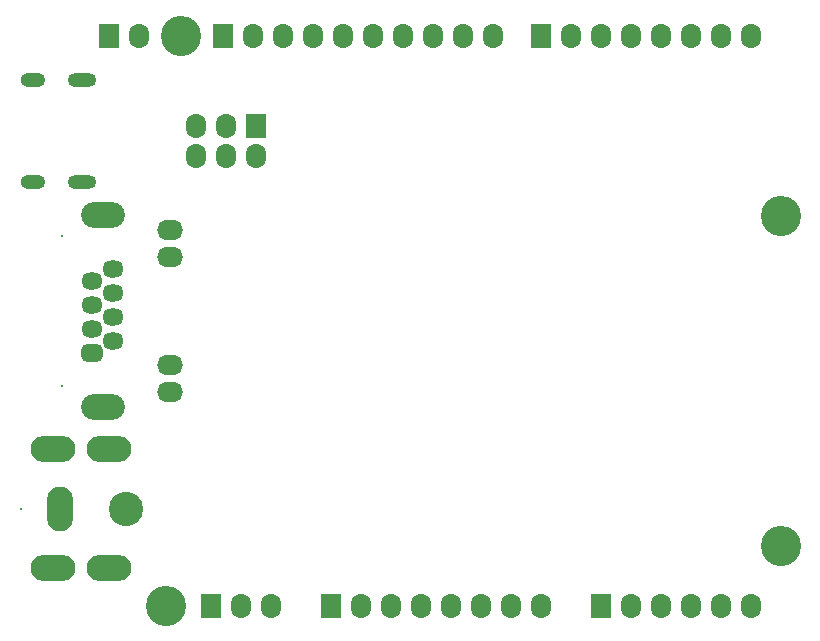
<source format=gbs>
G04*
G04 #@! TF.GenerationSoftware,Altium Limited,Altium Designer,23.3.1 (30)*
G04*
G04 Layer_Color=16711935*
%FSLAX25Y25*%
%MOIN*%
G70*
G04*
G04 #@! TF.SameCoordinates,9816209D-4066-463F-91AA-2C0811A07DD3*
G04*
G04*
G04 #@! TF.FilePolarity,Negative*
G04*
G01*
G75*
%ADD123R,0.06706X0.08280*%
%ADD124O,0.06706X0.08280*%
%ADD125O,0.14580X0.08674*%
%ADD126C,0.00800*%
%ADD127O,0.08674X0.06706*%
%ADD128O,0.07099X0.05721*%
G04:AMPARAMS|DCode=129|XSize=57.21mil|YSize=70.99mil|CornerRadius=16.3mil|HoleSize=0mil|Usage=FLASHONLY|Rotation=90.000|XOffset=0mil|YOffset=0mil|HoleType=Round|Shape=RoundedRectangle|*
%AMROUNDEDRECTD129*
21,1,0.05721,0.03839,0,0,90.0*
21,1,0.02461,0.07099,0,0,90.0*
1,1,0.03261,0.01919,0.01230*
1,1,0.03261,0.01919,-0.01230*
1,1,0.03261,-0.01919,-0.01230*
1,1,0.03261,-0.01919,0.01230*
%
%ADD129ROUNDEDRECTD129*%
%ADD130O,0.08268X0.04724*%
%ADD131O,0.09449X0.04724*%
%ADD132R,0.00394X0.00394*%
%ADD133O,0.08674X0.14973*%
%ADD134C,0.11430*%
%ADD135O,0.14973X0.08674*%
%ADD136C,0.13398*%
D123*
X281850Y366850D02*
D03*
X232850Y396850D02*
D03*
X270850D02*
D03*
X376850Y396850D02*
D03*
X306850Y206850D02*
D03*
X396850D02*
D03*
X266850D02*
D03*
D124*
X271850Y366850D02*
D03*
X261850D02*
D03*
X261850Y356850D02*
D03*
X271850D02*
D03*
X281850D02*
D03*
X242850Y396850D02*
D03*
X310850D02*
D03*
X290850D02*
D03*
X280850D02*
D03*
X300850D02*
D03*
X360850D02*
D03*
X320850D02*
D03*
X330850D02*
D03*
X340850Y396850D02*
D03*
X350850Y396850D02*
D03*
X416850Y396850D02*
D03*
X396850D02*
D03*
X386850D02*
D03*
X406850D02*
D03*
X426850D02*
D03*
X436850D02*
D03*
X446850Y396850D02*
D03*
X346850Y206850D02*
D03*
X326850D02*
D03*
X316850D02*
D03*
X336850D02*
D03*
X356850D02*
D03*
X366850D02*
D03*
X376850Y206850D02*
D03*
X446850Y206850D02*
D03*
X426850D02*
D03*
X406850D02*
D03*
X416850D02*
D03*
X436850D02*
D03*
X276850D02*
D03*
X286850D02*
D03*
D125*
X230827Y337106D02*
D03*
Y273130D02*
D03*
D126*
X217323Y330118D02*
D03*
Y280118D02*
D03*
X203543Y239173D02*
D03*
D127*
X253307Y332126D02*
D03*
Y323110D02*
D03*
Y287126D02*
D03*
Y278110D02*
D03*
D128*
X227323Y315079D02*
D03*
X234331Y319173D02*
D03*
X227323Y307047D02*
D03*
X234331Y311063D02*
D03*
X227323Y299016D02*
D03*
X234331Y303031D02*
D03*
Y295000D02*
D03*
D129*
X227323Y290984D02*
D03*
D130*
X207480Y381968D02*
D03*
Y347953D02*
D03*
D131*
X223937Y381968D02*
D03*
Y347953D02*
D03*
D132*
X221969Y376339D02*
D03*
Y353583D02*
D03*
D133*
X216535Y239173D02*
D03*
D134*
X238583D02*
D03*
D135*
X214173Y259055D02*
D03*
X233071D02*
D03*
X214173Y219291D02*
D03*
X233071D02*
D03*
D136*
X251850Y206850D02*
D03*
X256850Y396850D02*
D03*
X456850Y336850D02*
D03*
Y226850D02*
D03*
M02*

</source>
